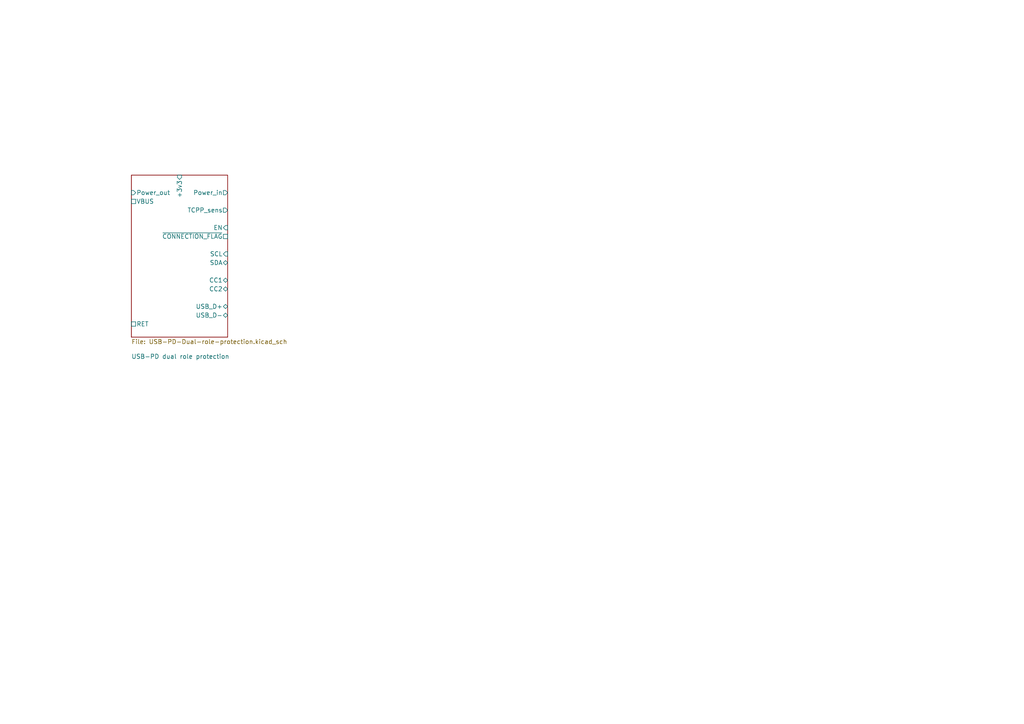
<source format=kicad_sch>
(kicad_sch (version 20230121) (generator eeschema)
  (paper "A4")
  (lib_symbols
    (symbol "Connector:Conn_ARM_SWD_TagConnect_TC2030" (in_bom no)
      (property "Reference" "J" (at 2.54 11.43 0))
      (property "Value" "Conn_ARM_SWD_TagConnect_TC2030" (at 5.08 8.89 0))
      (symbol "Conn_ARM_SWD_TagConnect_TC2030_0_0"
        (pin power_in line (at -2.54 10.16 270) (length 2.54) (name "VCC") (number "1"))
        (pin bidirectional line (at 7.62 -2.54 180) (length 2.54) (name "SWDIO") (number "2"))
        (pin open_collector line (at 7.62 5.08 180) (length 2.54) (name "~{RESET}") (number "3"))
        (pin output line (at 7.62 0 180) (length 2.54) (name "SWCLK") (number "4"))
        (pin power_in line (at -2.54 -10.16 90) (length 2.54) (name "GND") (number "5"))
        (pin input line (at 7.62 -5.08 180) (length 2.54) (name "SWO") (number "6"))
      )
      (symbol "Conn_ARM_SWD_TagConnect_TC2030_0_1"
        (rectangle (start -5.08 7.62) (end 5.08 -7.62) (fill (type background)))
      )
    )
    (symbol "Device:Battery_Cell" (pin_numbers hide) (pin_names (offset 0) hide)
      (property "Reference" "BT" (at 2.54 2.54 0))
      (property "Value" "Battery_Cell" (at 2.54 0 0))
      (symbol "Battery_Cell_0_1"
        (rectangle (start -2.286 1.778) (end 2.286 1.524) (fill (type outline)))
        (rectangle (start -1.5748 1.1938) (end 1.4732 0.6858) (fill (type outline)))
        (polyline (pts (xy 0 0.762) (xy 0 0)))
        (polyline (pts (xy 0 1.778) (xy 0 2.54)))
        (polyline (pts (xy 0.508 3.429) (xy 1.524 3.429)) (stroke (width 0.254)))
        (polyline (pts (xy 1.016 3.937) (xy 1.016 2.921)) (stroke (width 0.254)))
      )
      (symbol "Battery_Cell_1_1"
        (pin passive line (at 0 5.08 270) (length 2.54) (name "+") (number "1"))
        (pin passive line (at 0 -2.54 90) (length 2.54) (name "-") (number "2"))
      )
    )
    (symbol "Device:C_Small" (pin_numbers hide) (pin_names (offset 0.254) hide)
      (property "Reference" "C" (at 0.254 1.778 0))
      (property "Value" "C_Small" (at 0.254 -2.032 0))
      (symbol "C_Small_0_1"
        (polyline (pts (xy -1.524 -0.508) (xy 1.524 -0.508)) (stroke (width 0.3302)))
        (polyline (pts (xy -1.524 0.508) (xy 1.524 0.508)) (stroke (width 0.3048)))
      )
      (symbol "C_Small_1_1"
        (pin passive line (at 0 2.54 270) (length 2.032) (name "~") (number "1"))
        (pin passive line (at 0 -2.54 90) (length 2.032) (name "~") (number "2"))
      )
    )
    (symbol "Device:R_Small" (pin_numbers hide) (pin_names (offset 0.254) hide)
      (property "Reference" "R" (at 0.762 0.508 0))
      (property "Value" "R_Small" (at 0.762 -1.016 0))
      (symbol "R_Small_0_1"
        (rectangle (start -0.762 1.778) (end 0.762 -1.778) (stroke (width 0.2032)))
      )
      (symbol "R_Small_1_1"
        (pin passive line (at 0 2.54 270) (length 0.762) (name "~") (number "1"))
        (pin passive line (at 0 -2.54 90) (length 0.762) (name "~") (number "2"))
      )
    )
    (symbol "MCU_ST_STM32G0:STM32G0C1KETxN"
      (property "Reference" "U" (at -15.24 26.67 0))
      (property "Value" "STM32G0C1KETxN" (at 5.08 26.67 0))
      (symbol "STM32G0C1KETxN_0_1"
        (rectangle (start -15.24 -22.86) (end 17.78 25.4) (stroke (width 0.254)) (fill (type background)))
      )
      (symbol "STM32G0C1KETxN_1_1"
        (pin bidirectional line (at -17.78 -15.24 0) (length 2.54) (name "PB9") (number "1") (alternate "I2C1_SDA" bidirectional line) (alternate "UCPD2_FRSTX1" bidirectional line) (alternate "UCPD2_FRSTX2" bidirectional line))
        (pin bidirectional line (at 20.32 15.24 180) (length 2.54) (name "PA3") (number "10") (alternate "UCPD2_FRSTX1" bidirectional line) (alternate "UCPD2_FRSTX2" bidirectional line))
        (pin bidirectional line (at 20.32 12.7 180) (length 2.54) (name "PA4") (number "11") (alternate "ADC1_IN4" bidirectional line) (alternate "UCPD2_FRSTX1" bidirectional line) (alternate "UCPD2_FRSTX2" bidirectional line))
        (pin bidirectional line (at 20.32 10.16 180) (length 2.54) (name "PA5") (number "12") (alternate "ADC1_IN5" bidirectional line))
        (pin bidirectional line (at 20.32 7.62 180) (length 2.54) (name "PA6") (number "13"))
        (pin bidirectional line (at 20.32 5.08 180) (length 2.54) (name "PA7") (number "14"))
        (pin bidirectional line (at -17.78 -2.54 0) (length 2.54) (name "PB0") (number "15"))
        (pin bidirectional line (at -17.78 -5.08 0) (length 2.54) (name "PB1") (number "16"))
        (pin bidirectional line (at -17.78 -17.78 0) (length 2.54) (name "PB15") (number "17"))
        (pin bidirectional line (at 20.32 2.54 180) (length 2.54) (name "PA8") (number "18"))
        (pin bidirectional line (at 20.32 0 180) (length 2.54) (name "PA9/UCPD1_DBCC1") (number "19") (alternate "I2C1_SCL" bidirectional line))
        (pin bidirectional line (at -17.78 5.08 0) (length 2.54) (name "PC14") (number "2"))
        (pin power_in line (at 2.54 27.94 270) (length 2.54) (name "VDDIO2") (number "20"))
        (pin bidirectional line (at 20.32 -2.54 180) (length 2.54) (name "PA10/UCPD1_DBCC2") (number "21") (alternate "I2C1_SDA" bidirectional line))
        (pin bidirectional line (at 20.32 -5.08 180) (length 2.54) (name "PA11/PA9") (number "22") (alternate "USB_DM" bidirectional line))
        (pin bidirectional line (at 20.32 -7.62 180) (length 2.54) (name "PA12/PA10") (number "23") (alternate "USB_DP" bidirectional line))
        (pin bidirectional line (at 20.32 -10.16 180) (length 2.54) (name "PA13") (number "24") (alternate "SYS_SWDIO" bidirectional line))
        (pin bidirectional line (at 20.32 -12.7 180) (length 2.54) (name "PA14") (number "25") (alternate "SYS_SWCLK" bidirectional line))
        (pin bidirectional line (at -17.78 17.78 0) (length 2.54) (name "PD0") (number "26") (alternate "UCPD2_CC1" bidirectional line))
        (pin bidirectional line (at -17.78 15.24 0) (length 2.54) (name "PD1") (number "27"))
        (pin bidirectional line (at -17.78 12.7 0) (length 2.54) (name "PD2") (number "28") (alternate "UCPD2_CC2" bidirectional line))
        (pin bidirectional line (at -17.78 10.16 0) (length 2.54) (name "PD3") (number "29"))
        (pin bidirectional line (at -17.78 2.54 0) (length 2.54) (name "PC15") (number "3"))
        (pin bidirectional line (at -17.78 -7.62 0) (length 2.54) (name "PB6") (number "30") (alternate "I2C1_SCL" bidirectional line))
        (pin bidirectional line (at -17.78 -10.16 0) (length 2.54) (name "PB7") (number "31") (alternate "I2C1_SDA" bidirectional line))
        (pin bidirectional line (at -17.78 -12.7 0) (length 2.54) (name "PB8") (number "32") (alternate "I2C1_SCL" bidirectional line))
        (pin power_in line (at 0 27.94 270) (length 2.54) (name "VDD") (number "4"))
        (pin power_in line (at 2.54 -25.4 90) (length 2.54) (name "VSS") (number "5"))
        (pin bidirectional line (at -17.78 22.86 0) (length 2.54) (name "PF2") (number "6"))
        (pin bidirectional line (at 20.32 22.86 180) (length 2.54) (name "PA0") (number "7") (alternate "UCPD2_FRSTX1" bidirectional line) (alternate "UCPD2_FRSTX2" bidirectional line))
        (pin bidirectional line (at 20.32 20.32 180) (length 2.54) (name "PA1") (number "8"))
        (pin bidirectional line (at 20.32 17.78 180) (length 2.54) (name "PA2") (number "9"))
      )
    )
    (symbol "power:+12V" (power) (pin_names (offset 0))
      (property "Value" "+12V" (at 0 3.556 0))
      (symbol "+12V_0_1"
        (polyline (pts (xy -0.762 1.27) (xy 0 2.54)))
        (polyline (pts (xy 0 0) (xy 0 2.54)))
        (polyline (pts (xy 0 2.54) (xy 0.762 1.27)))
      )
      (symbol "+12V_1_1"
        (pin power_in line (at 0 0 90) (length 0) hide (name "+12V") (number "1"))
      )
    )
    (symbol "power:+3V3" (power) (pin_names (offset 0))
      (property "Value" "+3V3" (at 0 3.556 0))
      (symbol "+3V3_0_1"
        (polyline (pts (xy -0.762 1.27) (xy 0 2.54)))
        (polyline (pts (xy 0 0) (xy 0 2.54)))
        (polyline (pts (xy 0 2.54) (xy 0.762 1.27)))
      )
      (symbol "+3V3_1_1"
        (pin power_in line (at 0 0 90) (length 0) hide (name "+3V3") (number "1"))
      )
    )
    (symbol "power:+BATT" (power) (pin_names (offset 0))
      (property "Value" "+BATT" (at 0 3.556 0))
      (symbol "+BATT_0_1"
        (polyline (pts (xy -0.762 1.27) (xy 0 2.54)))
        (polyline (pts (xy 0 0) (xy 0 2.54)))
        (polyline (pts (xy 0 2.54) (xy 0.762 1.27)))
      )
      (symbol "+BATT_1_1"
        (pin power_in line (at 0 0 90) (length 0) hide (name "+BATT") (number "1"))
      )
    )
    (symbol "power:GND" (power) (pin_names (offset 0))
      (property "Value" "GND" (at 0 -3.81 0))
      (symbol "GND_0_1"
        (polyline (pts (xy 0 0) (xy 0 -1.27) (xy 1.27 -1.27) (xy 0 -2.54) (xy -1.27 -1.27) (xy 0 -1.27)))
      )
      (symbol "GND_1_1"
        (pin power_in line (at 0 0 270) (length 0) hide (name "GND") (number "1"))
      )
    )
  )
  (junction (at 350.52 25.4))
  (junction (at 354.33 162.56))
  (junction (at 431.8 10.16))
  (junction (at 383.54 17.78))
  (junction (at 379.73 142.24))
  (junction (at 431.8 38.1))
  (junction (at 426.72 35.56))
  (no_connect (at 393.7 -12.7))
  (wire (pts (xy 228.6 -58.42) (xy 241.3 -58.42)))
  (wire (pts (xy 408.94 58.42) (xy 403.86 58.42)))
  (wire (pts (xy 208.28 -63.5) (xy 208.28 -58.42)))
  (wire (pts (xy 431.8 10.16) (xy 434.34 10.16)))
  (wire (pts (xy 347.98 25.4) (xy 350.52 25.4)))
  (wire (pts (xy 363.22 60.96) (xy 365.76 60.96)))
  (wire (pts (xy 403.86 55.88) (xy 408.94 55.88)))
  (wire (pts (xy 403.86 53.34) (xy 408.94 53.34)))
  (wire (pts (xy 363.22 63.5) (xy 365.76 63.5)))
  (wire (pts (xy 354.33 160.02) (xy 354.33 162.56)))
  (wire (pts (xy 349.25 162.56) (xy 354.33 162.56)))
  (wire (pts (xy 429.26 12.7) (xy 429.26 10.16)))
  (wire (pts (xy 431.8 7.62) (xy 431.8 10.16)))
  (wire (pts (xy 386.08 17.78) (xy 386.08 20.32)))
  (wire (pts (xy 444.5 38.1) (xy 447.04 38.1)))
  (wire (pts (xy 408.94 60.96) (xy 403.86 60.96)))
  (wire (pts (xy 379.73 142.24) (xy 379.73 144.78)))
  (wire (pts (xy 403.86 38.1) (xy 431.8 38.1)))
  (wire (pts (xy 379.73 139.7) (xy 379.73 142.24)))
  (wire (pts (xy 393.7 -22.86) (xy 396.24 -22.86)))
  (wire (pts (xy 426.72 40.64) (xy 426.72 35.56)))
  (wire (pts (xy 393.7 -17.78) (xy 396.24 -17.78)))
  (wire (pts (xy 208.28 -58.42) (xy 213.36 -58.42)))
  (wire (pts (xy 365.76 35.56) (xy 363.22 35.56)))
  (wire (pts (xy 220.98 -43.18) (xy 220.98 -38.1)))
  (wire (pts (xy 403.86 48.26) (xy 406.4 48.26)))
  (wire (pts (xy 350.52 27.94) (xy 350.52 25.4)))
  (wire (pts (xy 393.7 -15.24) (xy 396.24 -15.24)))
  (wire (pts (xy 439.42 38.1) (xy 431.8 38.1)))
  (wire (pts (xy 403.86 35.56) (xy 426.72 35.56)))
  (wire (pts (xy 429.26 17.78) (xy 429.26 20.32)))
  (wire (pts (xy 431.8 38.1) (xy 431.8 40.64)))
  (wire (pts (xy 444.5 35.56) (xy 447.04 35.56)))
  (wire (pts (xy 383.54 15.24) (xy 383.54 17.78)))
  (wire (pts (xy 350.52 25.4) (xy 365.76 25.4)))
  (wire (pts (xy 241.3 -63.5) (xy 241.3 -58.42)))
  (wire (pts (xy 426.72 35.56) (xy 439.42 35.56)))
  (wire (pts (xy 365.76 30.48) (xy 363.22 30.48)))
  (wire (pts (xy 429.26 10.16) (xy 431.8 10.16)))
  (wire (pts (xy 434.34 20.32) (xy 434.34 17.78)))
  (wire (pts (xy 374.65 142.24) (xy 379.73 142.24)))
  (wire (pts (xy 383.54 17.78) (xy 383.54 20.32)))
  (wire (pts (xy 434.34 10.16) (xy 434.34 12.7)))
  (wire (pts (xy 383.54 17.78) (xy 386.08 17.78)))
  (wire (pts (xy 354.33 162.56) (xy 354.33 165.1)))
  (text "BQ25887" (at 384.81 170.18 0) (effects (font (size 1.27 1.27)) (justify left bottom)))
  (label "vbat_sense" (at 374.65 142.24 180))
  (label "vbat_mid" (at 349.25 162.56 180))
  (global_label "SWCLK" (shape input) (at 396.24 -17.78 0) (property "Intersheetrefs" "${INTERSHEET_REFS}" (effects hide)))
  (global_label "~{RST}" (shape input) (at 347.98 25.4 180) (property "Intersheetrefs" "${INTERSHEET_REFS}" (effects hide)))
  (global_label "SWDIO" (shape bidirectional) (at 408.94 58.42 0) (property "Intersheetrefs" "${INTERSHEET_REFS}" (effects hide)))
  (global_label "~{RST}" (shape output) (at 396.24 -22.86 0) (property "Intersheetrefs" "${INTERSHEET_REFS}" (effects hide)))
  (global_label "~{CONNECTION_FLAG}" (shape passive) (at 363.22 60.96 180) (property "Intersheetrefs" "${INTERSHEET_REFS}" (effects hide)))
  (global_label "USB_D-" (shape bidirectional) (at 408.94 53.34 0) (property "Intersheetrefs" "${INTERSHEET_REFS}" (effects hide)))
  (global_label "VBAT_sens" (shape input) (at 447.04 35.56 0) (property "Intersheetrefs" "${INTERSHEET_REFS}" (effects hide)))
  (global_label "SDA" (shape passive) (at 429.26 20.32 270) (property "Intersheetrefs" "${INTERSHEET_REFS}" (effects hide)))
  (global_label "SDA" (shape bidirectional) (at 363.22 63.5 180) (property "Intersheetrefs" "${INTERSHEET_REFS}" (effects hide)))
  (global_label "SCL" (shape output) (at 406.4 48.26 0) (property "Intersheetrefs" "${INTERSHEET_REFS}" (effects hide)))
  (global_label "SWDIO" (shape bidirectional) (at 396.24 -15.24 0) (property "Intersheetrefs" "${INTERSHEET_REFS}" (effects hide)))
  (global_label "SCL" (shape passive) (at 434.34 20.32 270) (property "Intersheetrefs" "${INTERSHEET_REFS}" (effects hide)))
  (global_label "CC1" (shape bidirectional) (at 363.22 30.48 180) (property "Intersheetrefs" "${INTERSHEET_REFS}" (effects hide)))
  (global_label "SWCLK" (shape input) (at 408.94 60.96 0) (property "Intersheetrefs" "${INTERSHEET_REFS}" (effects hide)))
  (global_label "USB_D+" (shape bidirectional) (at 408.94 55.88 0) (property "Intersheetrefs" "${INTERSHEET_REFS}" (effects hide)))
  (global_label "TCPP_sens" (shape input) (at 447.04 38.1 0) (property "Intersheetrefs" "${INTERSHEET_REFS}" (effects hide)))
  (global_label "CC2" (shape bidirectional) (at 363.22 35.56 180) (property "Intersheetrefs" "${INTERSHEET_REFS}" (effects hide)))
  (symbol (lib_id "Connector:Conn_ARM_SWD_TagConnect_TC2030") (at 386.08 -17.78 0) (unit 1) (in_bom no)
    (property "Reference" "J1" (at 379.73 -18.415 0) (effects (justify right)))
    (property "Value" "TC2030-SWD" (at 379.73 -15.875 0) (effects (justify right)))
    (property "Footprint" "Connector:Tag-Connect_TC2030-IDC-FP_2x03_P1.27mm_Vertical" (effects hide))
    (property "Datasheet" "https://www.tag-connect.com/wp-content/uploads/bsk-pdf-manager/TC2030-CTX_1.pdf" (effects hide))
  )
  (symbol (lib_id "power:+BATT") (at 379.73 134.62 0) (unit 1)
    (property "Reference" "#PWR011" (effects hide))
    (property "Value" "+BATT" (at 379.73 130.81 0))
  )
  (symbol (lib_id "power:GND") (at 383.54 -7.62 0) (unit 1)
    (property "Reference" "#PWR014" (effects hide))
    (property "Value" "GND" (at 383.54 -2.54 0))
  )
  (symbol (lib_id "power:GND") (at 426.72 45.72 0) (unit 1)
    (property "Reference" "#PWR020" (effects hide))
    (property "Value" "GND" (at 426.72 50.8 0))
  )
  (symbol (lib_id "Device:Battery_Cell") (at 354.33 157.48 0) (unit 1)
    (property "Reference" "BT1" (at 358.14 154.813 0) (effects (justify left)))
    (property "Value" "Battery_Cell" (at 358.14 157.353 0) (effects (justify left)))
    (property "Footprint" "Battery:BatteryHolder_Keystone_1042_1x18650" (effects hide))
  )
  (symbol (lib_id "power:GND") (at 354.33 172.72 0) (unit 1)
    (property "Reference" "#PWR02" (effects hide))
    (property "Value" "GND" (at 354.33 177.8 0))
  )
  (symbol (lib_id "power:GND") (at 350.52 33.02 0) (mirror y) (unit 1)
    (property "Reference" "#PWR03" (effects hide))
    (property "Value" "GND" (at 350.52 38.1 0))
  )
  (symbol (lib_id "power:+3V3") (at 383.54 -27.94 0) (mirror y) (unit 1)
    (property "Reference" "#PWR05" (effects hide))
    (property "Value" "+3V3" (at 383.54 -31.75 0))
  )
  (symbol (lib_id "power:+BATT") (at 208.28 -63.5 0) (unit 1)
    (property "Reference" "#PWR07" (effects hide))
    (property "Value" "+BATT" (at 208.28 -67.31 0))
  )
  (symbol (lib_id "Device:R_Small") (at 379.73 137.16 0) (unit 1)
    (property "Reference" "R4" (at 382.27 136.525 0) (effects (justify left)))
    (property "Value" "R_Small" (at 382.27 139.065 0) (effects (justify left)))
    (property "Footprint" "Resistor_SMD:R_0603_1608Metric" (effects hide))
  )
  (symbol (lib_id "power:GND") (at 220.98 -38.1 0) (unit 1)
    (property "Reference" "#PWR09" (effects hide))
    (property "Value" "GND" (at 220.98 -33.02 0))
  )
  (symbol (lib_id "Device:R_Small") (at 429.26 15.24 0) (mirror y) (unit 1)
    (property "Reference" "R6" (at 426.72 14.605 0) (effects (justify left)))
    (property "Value" "10k" (at 426.72 17.145 0) (effects (justify left)))
    (property "Footprint" "Resistor_SMD:R_0603_1608Metric" (effects hide))
  )
  (symbol (lib_id "Device:Battery_Cell") (at 354.33 170.18 0) (unit 1)
    (property "Reference" "BT2" (at 358.14 167.513 0) (effects (justify left)))
    (property "Value" "Battery_Cell" (at 358.14 170.053 0) (effects (justify left)))
    (property "Footprint" "Battery:BatteryHolder_Keystone_1042_1x18650" (effects hide))
  )
  (symbol (lib_id "Device:C_Small") (at 426.72 43.18 0) (unit 1)
    (property "Reference" "C8" (at 424.18 42.5513 0) (effects (justify right)))
    (property "Value" "100nF" (at 424.18 45.0913 0) (effects (justify right)))
    (property "Footprint" "Capacitor_SMD:C_0402_1005Metric" (effects hide))
  )
  (symbol (lib_id "Device:R_Small") (at 441.96 38.1 90) (mirror x) (unit 1)
    (property "Reference" "R9" (at 441.96 40.64 90))
    (property "Value" "10k" (at 441.96 43.18 90))
    (property "Footprint" "Resistor_SMD:R_0603_1608Metric" (effects hide))
  )
  (symbol (lib_id "Device:C_Small") (at 350.52 30.48 0) (unit 1)
    (property "Reference" "C7" (at 347.98 29.8513 0) (effects (justify right)))
    (property "Value" "100nF" (at 347.98 32.3913 0) (effects (justify right)))
    (property "Footprint" "Capacitor_SMD:C_0402_1005Metric" (effects hide))
  )
  (symbol (lib_id "power:GND") (at 379.73 149.86 0) (unit 1)
    (property "Reference" "#PWR012" (effects hide))
    (property "Value" "GND" (at 379.73 154.94 0))
  )
  (symbol (lib_id "Device:C_Small") (at 431.8 43.18 0) (mirror y) (unit 1)
    (property "Reference" "C9" (at 434.34 42.5513 0) (effects (justify right)))
    (property "Value" "100nF" (at 434.34 45.0913 0) (effects (justify right)))
    (property "Footprint" "Capacitor_SMD:C_0402_1005Metric" (effects hide))
  )
  (symbol (lib_id "power:+3V3") (at 383.54 15.24 0) (unit 1)
    (property "Reference" "#PWR015" (effects hide))
    (property "Value" "+3V3" (at 383.54 11.43 0))
  )
  (symbol (lib_id "Device:R_Small") (at 434.34 15.24 0) (unit 1)
    (property "Reference" "R7" (at 436.88 14.605 0) (effects (justify left)))
    (property "Value" "10k" (at 436.88 17.145 0) (effects (justify left)))
    (property "Footprint" "Resistor_SMD:R_0603_1608Metric" (effects hide))
  )
  (symbol (lib_id "MCU_ST_STM32G0:STM32G0C1KETxN") (at 383.54 48.26 0) (unit 1)
    (property "Reference" "U2" (at 388.0359 73.66 0) (effects (justify left)))
    (property "Value" "STM32G0C1KETxN" (at 388.0359 76.2 0) (effects (justify left)))
    (property "Footprint" "Package_QFP:LQFP-32_7x7mm_P0.8mm" (effects hide))
    (property "Datasheet" "https://www.st.com/resource/en/datasheet/stm32g0c1ke.pdf" (effects hide))
    (pin "1" (alternate "I2C1_SDA"))
    (pin "10" (alternate "UCPD2_FRSTX2"))
    (pin "11" (alternate "ADC1_IN4"))
    (pin "12" (alternate "ADC1_IN5"))
    (pin "19" (alternate "I2C1_SCL"))
    (pin "22" (alternate "USB_DM"))
    (pin "23" (alternate "USB_DP"))
    (pin "24" (alternate "SYS_SWDIO"))
    (pin "25" (alternate "SYS_SWCLK"))
    (pin "26" (alternate "UCPD2_CC1"))
    (pin "28" (alternate "UCPD2_CC2"))
    (pin "7" (alternate "UCPD2_FRSTX1"))
  )
  (symbol (lib_id "power:+3V3") (at 431.8 7.62 0) (unit 1)
    (property "Reference" "#PWR021" (effects hide))
    (property "Value" "+3V3" (at 431.8 3.81 0))
  )
  (symbol (lib_id "Device:R_Small") (at 379.73 147.32 0) (unit 1)
    (property "Reference" "R5" (at 382.27 146.685 0) (effects (justify left)))
    (property "Value" "R_Small" (at 382.27 149.225 0) (effects (justify left)))
    (property "Footprint" "Resistor_SMD:R_0603_1608Metric" (effects hide))
  )
  (symbol (lib_id "Device:R_Small") (at 441.96 35.56 90) (unit 1)
    (property "Reference" "R8" (at 441.96 33.02 90))
    (property "Value" "10k" (at 441.96 30.48 90))
    (property "Footprint" "Resistor_SMD:R_0603_1608Metric" (effects hide))
  )
  (symbol (lib_id "power:+12V") (at 241.3 -63.5 0) (unit 1)
    (property "Reference" "#PWR08" (effects hide))
    (property "Value" "+12V" (at 241.3 -67.31 0))
  )
  (symbol (lib_id "power:GND") (at 386.08 73.66 0) (unit 1)
    (property "Reference" "#PWR016" (effects hide))
    (property "Value" "GND" (at 386.08 78.74 0))
  )
  (symbol (lib_id "power:GND") (at 431.8 45.72 0) (unit 1)
    (property "Reference" "#PWR022" (effects hide))
    (property "Value" "GND" (at 431.8 50.8 0))
  )
  (symbol (lib_id "power:+BATT") (at 354.33 152.4 0) (unit 1)
    (property "Reference" "#PWR01" (effects hide))
    (property "Value" "+BATT" (at 354.33 148.59 0))
  )
  (sheet (at 213.36 -60.96) (size 15.24 17.78) (stroke (width 0.1524))
    (property "Sheetname" "12V-5A-boost" (at 213.36 -60.96 0) (effects (justify left bottom)))
    (property "Sheetfile" "boost_conv.kicad_sch" (at 213.36 -63.5 0) (effects (justify left bottom)))
    (pin "GND" passive (at 220.98 -43.18 270))
    (pin "VIN" input (at 213.36 -58.42 180))
    (pin "EN" input (at 213.36 -53.34 180))
    (pin "VOUT" output (at 228.6 -58.42 0))
  )
  (sheet (at 38.1 50.8) (size 27.94 46.99) (stroke (width 0.1524))
    (property "Sheetname" "USB-PD dual role protection" (at 38.1 104.14 0) (effects (justify left bottom)))
    (property "Sheetfile" "USB-PD-Dual-role-protection.kicad_sch" (at 38.1 98.3746 0) (effects (justify left top)))
    (pin "Power_in" output (at 66.04 55.88 0))
    (pin "Power_out" input (at 38.1 55.88 180))
    (pin "CC2" bidirectional (at 66.04 83.82 0))
    (pin "TCPP_sens" output (at 66.04 60.96 0))
    (pin "CC1" bidirectional (at 66.04 81.28 0))
    (pin "SCL" input (at 66.04 73.66 0))
    (pin "EN" input (at 66.04 66.04 0))
    (pin "RET" passive (at 38.1 93.98 180))
    (pin "~{CONNECTION_FLAG}" passive (at 66.04 68.58 0))
    (pin "SDA" bidirectional (at 66.04 76.2 0))
    (pin "VBUS" passive (at 38.1 58.42 180))
    (pin "USB_D+" bidirectional (at 66.04 88.9 0))
    (pin "USB_D-" bidirectional (at 66.04 91.44 0))
    (pin "+3v3" input (at 52.07 50.8 90))
  )
)
</source>
